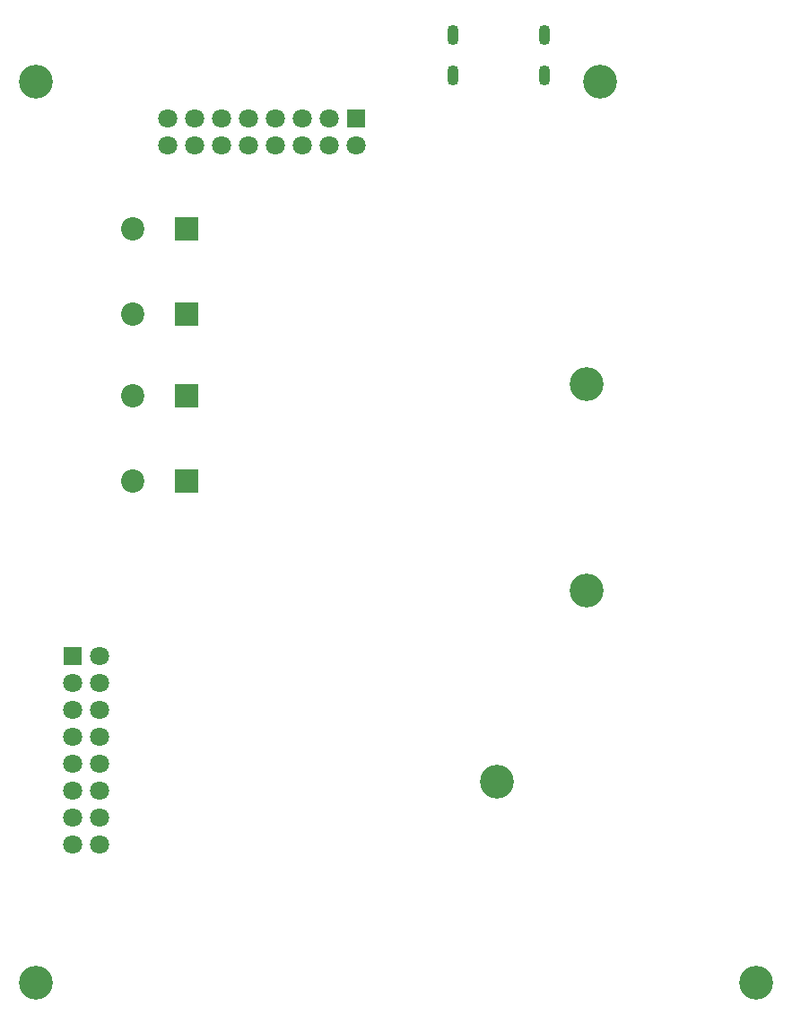
<source format=gbr>
%TF.GenerationSoftware,KiCad,Pcbnew,9.0.6*%
%TF.CreationDate,2026-02-04T05:23:13+09:00*%
%TF.ProjectId,zudo-pd,7a75646f-2d70-4642-9e6b-696361645f70,rev?*%
%TF.SameCoordinates,Original*%
%TF.FileFunction,Soldermask,Bot*%
%TF.FilePolarity,Negative*%
%FSLAX46Y46*%
G04 Gerber Fmt 4.6, Leading zero omitted, Abs format (unit mm)*
G04 Created by KiCad (PCBNEW 9.0.6) date 2026-02-04 05:23:13*
%MOMM*%
%LPD*%
G01*
G04 APERTURE LIST*
%ADD10O,1.100000X1.900000*%
%ADD11R,2.200000X2.200000*%
%ADD12C,2.200000*%
%ADD13R,1.800000X1.780000*%
%ADD14C,1.800000*%
%ADD15R,1.780000X1.800000*%
%ADD16C,3.200000*%
G04 APERTURE END LIST*
D10*
%TO.C,J1*%
X49000000Y-6380000D03*
X49000000Y-2570000D03*
X40360000Y-6380000D03*
X40360000Y-2570000D03*
%TD*%
D11*
%TO.C,J9*%
X15240000Y-28950000D03*
D12*
X10160000Y-28950000D03*
%TD*%
D13*
%TO.C,J10*%
X4500000Y-61200000D03*
D14*
X7040000Y-61200000D03*
X4500000Y-63740000D03*
X7040000Y-63740000D03*
X4500000Y-66280000D03*
X7040000Y-66280000D03*
X4500000Y-68820000D03*
X7040000Y-68820000D03*
X4500000Y-71360000D03*
X7040000Y-71360000D03*
X4500000Y-73900000D03*
X7040000Y-73900000D03*
X4500000Y-76440000D03*
X7040000Y-76440000D03*
X4500000Y-78980000D03*
X7040000Y-78980000D03*
%TD*%
%TO.C,J11*%
X13460000Y-13015000D03*
X13460000Y-10475000D03*
X16000000Y-13015000D03*
X16000000Y-10475000D03*
X18540000Y-13015000D03*
X18540000Y-10475000D03*
X21080000Y-13015000D03*
X21080000Y-10475000D03*
X23620000Y-13015000D03*
X23620000Y-10475000D03*
X26160000Y-13015000D03*
X26160000Y-10475000D03*
X28700000Y-13015000D03*
X28700000Y-10475000D03*
X31240000Y-13015000D03*
D15*
X31240000Y-10475000D03*
%TD*%
D11*
%TO.C,J7*%
X15240000Y-36610000D03*
D12*
X10160000Y-36610000D03*
%TD*%
D11*
%TO.C,J8*%
X15240000Y-44700000D03*
D12*
X10160000Y-44700000D03*
%TD*%
D11*
%TO.C,J6*%
X15240000Y-20850000D03*
D12*
X10160000Y-20850000D03*
%TD*%
D16*
%TO.C,REF\u002A\u002A*%
X69000000Y-92000000D03*
%TD*%
%TO.C,REF\u002A\u002A*%
X1000000Y-7000000D03*
%TD*%
%TO.C,REF\u002A\u002A*%
X54250000Y-7000000D03*
%TD*%
%TO.C,REF\u002A\u002A*%
X1000000Y-92000000D03*
%TD*%
%TO.C,REF\u002A\u002A*%
X53000000Y-55000000D03*
%TD*%
%TO.C,REF\u002A\u002A*%
X53000000Y-35500000D03*
%TD*%
%TO.C,REF\u002A\u002A*%
X44500000Y-73000000D03*
%TD*%
M02*

</source>
